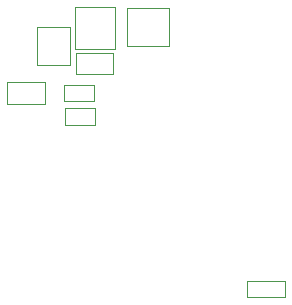
<source format=gbr>
G04 #@! TF.FileFunction,Other,User*
%FSLAX46Y46*%
G04 Gerber Fmt 4.6, Leading zero omitted, Abs format (unit mm)*
G04 Created by KiCad (PCBNEW 4.0.7-e2-6376~61~ubuntu18.04.1) date Mon Jul 23 20:51:16 2018*
%MOMM*%
%LPD*%
G01*
G04 APERTURE LIST*
%ADD10C,0.100000*%
%ADD11C,0.050000*%
%ADD12C,0.050800*%
G04 APERTURE END LIST*
D10*
D11*
X162200000Y-47300000D02*
X165800000Y-47300000D01*
X165800000Y-47300000D02*
X165800000Y-50500000D01*
X165800000Y-50500000D02*
X162200000Y-50500000D01*
X162200000Y-50500000D02*
X162200000Y-47300000D01*
X152100000Y-53600000D02*
X152100000Y-55400000D01*
X152100000Y-55400000D02*
X155300000Y-55400000D01*
X155300000Y-55400000D02*
X155300000Y-53600000D01*
X155300000Y-53600000D02*
X152100000Y-53600000D01*
D12*
X175587660Y-71818500D02*
X172392340Y-71818500D01*
X172392340Y-71818500D02*
X172392340Y-70421500D01*
X172392340Y-70421500D02*
X175587660Y-70421500D01*
X175587660Y-70421500D02*
X175587660Y-71818500D01*
D11*
X157400000Y-48900000D02*
X154600000Y-48900000D01*
X154600000Y-52100000D02*
X157400000Y-52100000D01*
X154600000Y-52100000D02*
X154600000Y-48900000D01*
X157400000Y-52100000D02*
X157400000Y-48900000D01*
X159500000Y-57200000D02*
X157000000Y-57200000D01*
X159500000Y-57200000D02*
X159500000Y-55800000D01*
X157000000Y-55800000D02*
X157000000Y-57200000D01*
X157000000Y-55800000D02*
X159500000Y-55800000D01*
X156928572Y-53800000D02*
X159428572Y-53800000D01*
X156928572Y-53800000D02*
X156928572Y-55200000D01*
X159428572Y-55200000D02*
X159428572Y-53800000D01*
X159428572Y-55200000D02*
X156928572Y-55200000D01*
X161050000Y-52900000D02*
X157950000Y-52900000D01*
X161050000Y-52900000D02*
X161050000Y-51100000D01*
X157950000Y-51100000D02*
X157950000Y-52900000D01*
X157950000Y-51100000D02*
X161050000Y-51100000D01*
X157800000Y-47250000D02*
X161200000Y-47250000D01*
X161200000Y-47250000D02*
X161200000Y-50750000D01*
X161200000Y-50750000D02*
X157800000Y-50750000D01*
X157800000Y-50750000D02*
X157800000Y-47250000D01*
M02*

</source>
